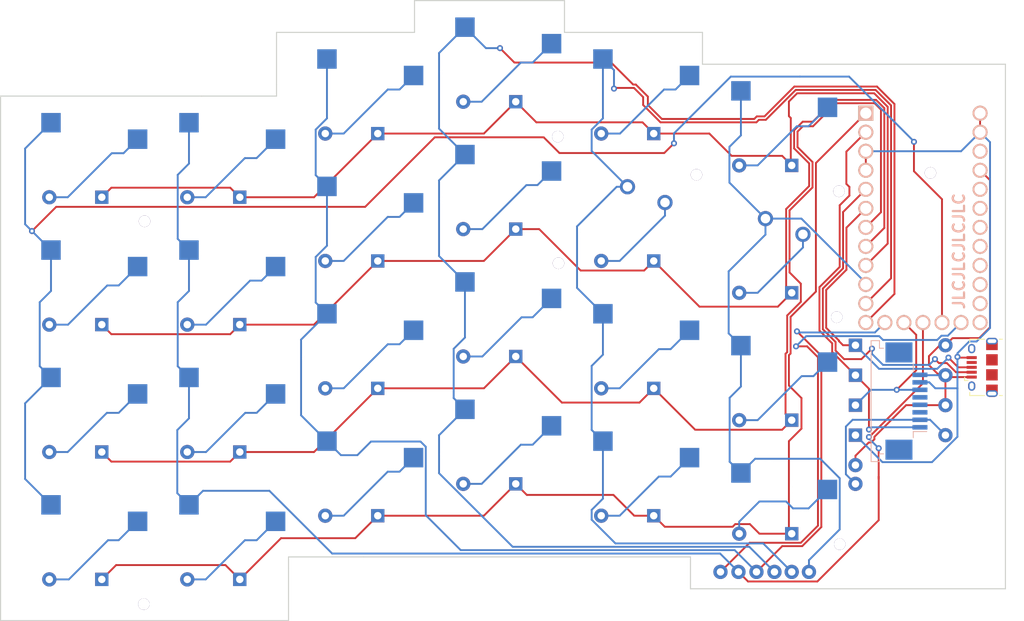
<source format=kicad_pcb>
(kicad_pcb (version 20211014) (generator pcbnew)
  (title_block (title "keyboard") (rev "v1.0.0") (company "Unknown"))
  (layers (0 "F.Cu" signal) (31 "B.Cu" signal) (34 "B.Paste" user) (35 "F.Paste" user) (36 "B.SilkS" user "B.Silkscreen") (37 "F.SilkS" user "F.Silkscreen") (38 "B.Mask" user) (39 "F.Mask" user) (44 "Edge.Cuts" user))
  (net 0 "")
  (net 1 "index_top")
  (net 2 "B4")
  (net 3 "inner_top")
  (net 4 "E6")
  (net 5 "outer_bottom")
  (net 6 "F1")
  (net 7 "outer_home")
  (net 8 "outer_top")
  (net 9 "outer_nums")
  (net 10 "pinky_bottom")
  (net 11 "C7")
  (net 12 "pinky_home")
  (net 13 "pinky_top")
  (net 14 "pinky_nums")
  (net 15 "ring_bottom")
  (net 16 "B7")
  (net 17 "ring_home")
  (net 18 "ring_top")
  (net 19 "ring_nums")
  (net 20 "middle_bottom")
  (net 21 "B5")
  (net 22 "middle_home")
  (net 23 "middle_top")
  (net 24 "middle_nums")
  (net 25 "index_bottom")
  (net 26 "index_home")
  (net 27 "index_nums")
  (net 28 "inner_bottom")
  (net 29 "inner_home")
  (net 30 "inner_nums")
  (net 31 "D3")
  (net 32 "D4")
  (net 33 "C6")
  (net 34 "D7")
  (net 35 "GND")
  (net 36 "RST")
  (net 37 "VCC")
  (net 38 "D2")
  (net 39 "D1")
  (net 40 "D0")
  (net 41 "D5")
  (net 42 "F0")
  (net 43 "B6")
  (net 44 "B2")
  (net 45 "B3")
  (net 46 "B1")
  (net 47 "F7")
  (net 48 "F6")
  (net 49 "F5")
  (net 50 "F4")
  (net 51 "trackpoint_reset")
  (footprint "VIA-0.6mm" (layer "F.Cu") (at 269.3 119)
    (fp_text reference "")
    (fp_text value "")
  )
  (footprint "ComboDiode" (layer "F.Cu") (at 167.5 119.8 180)
    (fp_text reference "D4" hide)
    (fp_text value "" hide)
  )
  (footprint "ComboDiode" (layer "F.Cu") (at 241.1 128.3 180)
    (fp_text reference "D19" hide)
    (fp_text value "" hide)
  )
  (footprint "PG1350" (layer "F.Cu") (at 241.1 141.3)
    (fp_text reference "S20" hide)
    (fp_text value "" hide)
  )
  (footprint "PG1350" (layer "F.Cu") (at 204.3 107.3)
    (fp_text reference "S14" hide)
    (fp_text value "" hide)
  )
  (footprint "PG1350" (layer "F.Cu") (at 259.5 128.55)
    (fp_text reference "S2" hide)
    (fp_text value "" hide)
  )
  (footprint "ComboDiode" (layer "F.Cu") (at 204.3 128.3 180)
    (fp_text reference "D11" hide)
    (fp_text value "" hide)
  )
  (footprint "ComboDiode" (layer "F.Cu") (at 277.5 139.55)
    (fp_text reference "D25" hide)
    (fp_text value "" hide)
  )
  (footprint "ComboDiode" (layer "F.Cu") (at 277.5 147.55)
    (fp_text reference "D27" hide)
    (fp_text value "" hide)
  )
  (footprint "ComboDiode" (layer "F.Cu") (at 204.3 162.3 180)
    (fp_text reference "D9" hide)
    (fp_text value "" hide)
  )
  (footprint "PG1350" (layer "F.Cu") (at 204.3 124.3)
    (fp_text reference "S13" hide)
    (fp_text value "" hide)
  )
  (footprint "PG1350" (layer "F.Cu") (at 241.1 158.3)
    (fp_text reference "S19" hide)
    (fp_text value "" hide)
  )
  (footprint "ComboDiode" (layer "F.Cu") (at 259.5 132.55 180)
    (fp_text reference "D23" hide)
    (fp_text value "" hide)
  )
  (footprint "VIA-0.6mm" (layer "F.Cu") (at 231.8 111.7)
    (fp_text reference "")
    (fp_text value "")
  )
  (footprint "VIA-0.6mm" (layer "F.Cu") (at 269.4 166.1)
    (fp_text reference "")
    (fp_text value "")
  )
  (footprint "PG1350" (layer "F.Cu") (at 222.7 154.05)
    (fp_text reference "S15" hide)
    (fp_text value "" hide)
  )
  (footprint "" (layer "F.Cu") (at 253.5 169.8)
    (fp_text reference "")
    (fp_text value "")
  )
  (footprint "ComboDiode" (layer "F.Cu") (at 222.7 158.05 180)
    (fp_text reference "D13" hide)
    (fp_text value "" hide)
  )
  (footprint "VIA-0.6mm" (layer "F.Cu") (at 176.7 123)
    (fp_text reference "")
    (fp_text value "")
  )
  (footprint "PG1350" (layer "F.Cu") (at 167.5 132.8)
    (fp_text reference "S5" hide)
    (fp_text value "" hide)
  )
  (footprint "PG1350" (layer "F.Cu") (at 222.7 120.05)
    (fp_text reference "S17" hide)
    (fp_text value "" hide)
  )
  (footprint "" (layer "F.Cu") (at 260.7 169.8)
    (fp_text reference "")
    (fp_text value "")
  )
  (footprint "PG1350" (layer "F.Cu") (at 222.7 103.05)
    (fp_text reference "S18" hide)
    (fp_text value "" hide)
  )
  (footprint "PG1350" (layer "F.Cu") (at 259.5 162.55)
    (fp_text reference "S22" hide)
    (fp_text value "" hide)
  )
  (footprint "ComboDiode" (layer "F.Cu") (at 241.1 145.3 180)
    (fp_text reference "D18" hide)
    (fp_text value "" hide)
  )
  (footprint "ComboDiode" (layer "F.Cu") (at 185.9 136.8 180)
    (fp_text reference "D7" hide)
    (fp_text value "" hide)
  )
  (footprint "ComboDiode" (layer "F.Cu") (at 185.9 119.8 180)
    (fp_text reference "D8" hide)
    (fp_text value "" hide)
  )
  (footprint "PG1350" (layer "F.Cu") (at 167.5 149.8)
    (fp_text reference "S4" hide)
    (fp_text value "" hide)
  )
  (footprint "VIA-0.6mm" (layer "F.Cu") (at 271.5 155.55)
    (fp_text reference "REF**" hide)
    (fp_text value "VIA-0.6mm" hide)
  )
  (footprint "PG1350" (layer "F.Cu") (at 204.3 141.3)
    (fp_text reference "S12" hide)
    (fp_text value "" hide)
  )
  (footprint "ComboDiode" (layer "F.Cu") (at 167.5 153.8 180)
    (fp_text reference "D2" hide)
    (fp_text value "" hide)
  )
  (footprint "ComboDiode" (layer "F.Cu") (at 277.5 143.55)
    (fp_text reference "D26" hide)
    (fp_text value "" hide)
  )
  (footprint "Elite-C-castellated-29pin-holes" (layer "F.Cu") (at 280.5 122.55 -90)
    (fp_text reference "")
    (fp_text value "")
  )
  (footprint "PG1350" (layer "F.Cu") (at 222.7 137.05)
    (fp_text reference "S16" hide)
    (fp_text value "" hide)
  )
  (footprint "VIA-0.6mm" (layer "F.Cu") (at 269 135.8)
    (fp_text reference "")
    (fp_text value "")
  )
  (footprint "ComboDiode" (layer "F.Cu") (at 185.9 153.8 180)
    (fp_text reference "D6" hide)
    (fp_text value "" hide)
  )
  (footprint "ComboDiode" (layer "F.Cu") (at 185.9 170.8 180)
    (fp_text reference "D5" hide)
    (fp_text value "" hide)
  )
  (footprint "PG1350" (layer "F.Cu") (at 185.9 115.8)
    (fp_text reference "S10" hide)
    (fp_text value "" hide)
  )
  (footprint "ComboDiode" (layer "F.Cu") (at 167.5 170.8 180)
    (fp_text reference "D1" hide)
    (fp_text value "" hide)
  )
  (footprint "PG1350" (layer "F.Cu") (at 204.3 158.3)
    (fp_text reference "S11" hide)
    (fp_text value "" hide)
  )
  (footprint "ComboDiode" (layer "F.Cu") (at 259.5 164.7 180)
    (fp_text reference "D21" hide)
    (fp_text value "" hide)
  )
  (footprint "PG1350" (layer "F.Cu") (at 185.9 166.8)
    (fp_text reference "S7" hide)
    (fp_text value "" hide)
  )
  (footprint "PG1350" (layer "F.Cu") (at 259.5 111.55)
    (fp_text reference "S24" hide)
    (fp_text value "" hide)
  )
  (footprint "VIA-0.6mm" (layer "F.Cu") (at 176.6 174.1)
    (fp_text reference "")
    (fp_text value "")
  )
  (footprint "ComboDiode" (layer "F.Cu") (at 204.3 145.3 180)
    (fp_text reference "D10" hide)
    (fp_text value "" hide)
  )
  (footprint "ComboDiode" (layer "F.Cu") (at 259.5 115.55 180)
    (fp_text reference "D24" hide)
    (fp_text value "" hide)
  )
  (footprint "" (layer "F.Cu") (at 255.9 169.8)
    (fp_text reference "")
    (fp_text value "")
  )
  (footprint "VIA-0.6mm" (layer "F.Cu") (at 271.5 158.05)
    (fp_text reference "REF**" hide)
    (fp_text value "VIA-0.6mm" hide)
  )
  (footprint "PG1350" (layer "F.Cu") (at 259.5 145.55)
    (fp_text reference "S23" hide)
    (fp_text value "" hide)
  )
  (footprint "Connector_USB:USB_Micro-B_Amphenol_10118194_Horizontal" (layer "F.Cu") (at 288.4 142.5 90)
    (fp_text reference "")
    (fp_text value "USB_Micro-B_Amphenol_10118194_Horizontal")
  )
  (footprint "" (layer "F.Cu") (at 258.3 169.8)
    (fp_text reference "")
    (fp_text value "")
  )
  (footprint "PG1350" (layer "F.Cu") (at 185.9 149.8)
    (fp_text reference "S8" hide)
    (fp_text value "" hide)
  )
  (footprint "PG1350" (layer "F.Cu") (at 185.9 132.8)
    (fp_text reference "S9" hide)
    (fp_text value "" hide)
  )
  (footprint "ComboDiode" (layer "F.Cu") (at 222.7 107.05 180)
    (fp_text reference "D16" hide)
    (fp_text value "" hide)
  )
  (footprint "PG1350" (layer "F.Cu") (at 241.1 124.3)
    (fp_text reference "S1" hide)
    (fp_text value "" hide)
  )
  (footprint "PG1350" (layer "F.Cu") (at 241.1 107.3)
    (fp_text reference "S21" hide)
    (fp_text value "" hide)
  )
  (footprint "VIA-0.6mm" (layer "F.Cu") (at 231.9 128.6)
    (fp_text reference "")
    (fp_text value "")
  )
  (footprint "ComboDiode" (layer "F.Cu") (at 204.3 111.3 180)
    (fp_text reference "D12" hide)
    (fp_text value "" hide)
  )
  (footprint "ComboDiode" (layer "F.Cu") (at 167.5 136.8 180)
    (fp_text reference "D3" hide)
    (fp_text value "" hide)
  )
  (footprint "ComboDiode" (layer "F.Cu") (at 222.7 124.05 180)
    (fp_text reference "D15" hide)
    (fp_text value "" hide)
  )
  (footprint "ComboDiode" (layer "F.Cu") (at 277.5 151.55)
    (fp_text reference "D28" hide)
    (fp_text value "" hide)
  )
  (footprint "ComboDiode" (layer "F.Cu") (at 222.7 141.05 180)
    (fp_text reference "D14" hide)
    (fp_text value "" hide)
  )
  (footprint "VIA-0.6mm" (layer "F.Cu") (at 250.3 116.8)
    (fp_text reference "")
    (fp_text value "")
  )
  (footprint "ComboDiode" (layer "F.Cu") (at 259.5 149.55 180)
    (fp_text reference "D22" hide)
    (fp_text value "" hide)
  )
  (footprint "" (layer "F.Cu") (at 263 169.8)
    (fp_text reference "")
    (fp_text value "")
  )
  (footprint "PG1350" (layer "F.Cu") (at 167.5 166.8)
    (fp_text reference "S3" hide)
    (fp_text value "" hide)
  )
  (footprint "" (layer "F.Cu") (at 265.3 169.8)
    (fp_text reference "")
    (fp_text value "")
  )
  (footprint "ComboDiode" (layer "F.Cu") (at 241.1 162.3 180)
    (fp_text reference "D17" hide)
    (fp_text value "" hide)
  )
  (footprint "ComboDiode" (layer "F.Cu") (at 241.1 111.3 180)
    (fp_text reference "D20" hide)
    (fp_text value "" hide)
  )
  (footprint "VIA-0.6mm" (layer "F.Cu") (at 281.5 116.55)
    (fp_text reference "")
    (fp_text value "")
  )
  (footprint "PG1350" (layer "F.Cu") (at 167.5 115.8)
    (fp_text reference "S6" hide)
    (fp_text value "" hide)
  )
  (footprint "Connector_FFC-FPC:TE_84952-8_1x08-1MP_P1.0mm_Horizontal" (layer "B.Cu") (at 278.3 147 90)
    (fp_text reference "")
    (fp_text value "TE_84952-8_1x08-1MP_P1.0mm_Horizontal")
  )
  (gr_line (start 291.5 172.05) (end 291.5 102.05) (layer "Edge.Cuts") (width 0.15))
  (gr_line (start 232.7 97.8) (end 232.7 93.55) (layer "Edge.Cuts") (width 0.15))
  (gr_line (start 194.3 97.8) (end 194.3 104.8) (layer "Edge.Cuts") (width 0.15))
  (gr_line (start 195.9 176.3) (end 195.9 169.3) (layer "Edge.Cuts") (width 0.15))
  (gr_line (start 194.3 106.3) (end 194.3 104.8) (layer "Edge.Cuts") (width 0.15))
  (gr_line (start 157.5 106.3) (end 184.3 106.3) (layer "Edge.Cuts") (width 0.15))
  (gr_line (start 232.7 97.8) (end 251.1 97.8) (layer "Edge.Cuts") (width 0.15))
  (gr_line (start 157.5 176.3) (end 157.5 106.3) (layer "Edge.Cuts") (width 0.15))
  (gr_line (start 205.9 167.8) (end 249.5 167.8) (layer "Edge.Cuts") (width 0.15))
  (gr_line (start 251.1 102.05) (end 251.1 97.8) (layer "Edge.Cuts") (width 0.15))
  (gr_line (start 249.5 167.8) (end 249.5 172.05) (layer "Edge.Cuts") (width 0.15))
  (gr_line (start 249.5 172.05) (end 291.5 172.05) (layer "Edge.Cuts") (width 0.15))
  (gr_line (start 205.9 167.8) (end 195.9 167.8) (layer "Edge.Cuts") (width 0.15))
  (gr_line (start 184.3 106.3) (end 194.3 106.3) (layer "Edge.Cuts") (width 0.15))
  (gr_line (start 195.9 167.8) (end 195.9 169.3) (layer "Edge.Cuts") (width 0.15))
  (gr_line (start 157.5 176.3) (end 195.9 176.3) (layer "Edge.Cuts") (width 0.15))
  (gr_line (start 232.7 93.55) (end 212.7 93.55) (layer "Edge.Cuts") (width 0.15))
  (gr_line (start 251.1 102.05) (end 291.5 102.05) (layer "Edge.Cuts") (width 0.15))
  (gr_line (start 212.7 93.55) (end 212.7 97.8) (layer "Edge.Cuts") (width 0.15))
  (gr_line (start 194.3 97.8) (end 212.7 97.8) (layer "Edge.Cuts") (width 0.15))
  (gr_text "JLCJLCJLCJLC" (at 285.3 127 90) (layer "B.SilkS") (effects (font (size 1.5 1.5) (thickness 0.3))))
  (segment (start 246.1 120.5) (end 246.1 122.254323) (width 0.25) (layer "B.Cu") (net 1))
  (segment (start 246.1 122.254323) (end 240.054323 128.3) (width 0.25) (layer "B.Cu") (net 1))
  (segment (start 240.054323 128.3) (end 237.6 128.3) (width 0.25) (layer "B.Cu") (net 1))
  (segment (start 258.295677 109.8) (end 258.634698 109.460979) (width 0.25) (layer "F.Cu") (net 2))
  (segment (start 239.389021 105.210979) (end 241.965302 105.210979) (width 0.25) (layer "F.Cu") (net 2))
  (segment (start 259.55233 109.460979) (end 263.53735 105.475959) (width 0.25) (layer "F.Cu") (net 2))
  (segment (start 241.965302 105.210979) (end 243.189021 106.434698) (width 0.25) (layer "F.Cu") (net 2))
  (segment (start 276.24856 130.61144) (end 272.88 133.98) (width 0.25) (layer "F.Cu") (net 2))
  (segment (start 258.634698 109.460979) (end 259.55233 109.460979) (width 0.25) (layer "F.Cu") (net 2))
  (segment (start 274.18311 105.475959) (end 276.24856 107.541409) (width 0.25) (layer "F.Cu") (net 2))
  (segment (start 243.189021 107.489021) (end 245.5 109.8) (width 0.25) (layer "F.Cu") (net 2))
  (segment (start 243.189021 106.434698) (end 243.189021 107.489021) (width 0.25) (layer "F.Cu") (net 2))
  (segment (start 276.24856 107.541409) (end 276.24856 130.61144) (width 0.25) (layer "F.Cu") (net 2))
  (segment (start 263.53735 105.475959) (end 274.18311 105.475959) (width 0.25) (layer "F.Cu") (net 2))
  (segment (start 239.3 105.3) (end 239.389021 105.210979) (width 0.25) (layer "F.Cu") (net 2))
  (segment (start 245.5 109.8) (end 258.295677 109.8) (width 0.25) (layer "F.Cu") (net 2))
  (via (at 239.3 105.3) (size 0.8) (drill 0.4) (layers "F.Cu" "B.Cu") (net 2))
  (segment (start 236.322989 162.828956) (end 239.494033 166) (width 0.25) (layer "B.Cu") (net 2))
  (segment (start 239.3 102.825) (end 237.825 101.35) (width 0.25) (layer "B.Cu") (net 2))
  (segment (start 236.322989 110.771044) (end 236.322989 113.622989) (width 0.25) (layer "B.Cu") (net 2))
  (segment (start 236.322989 113.622989) (end 241.1 118.4) (width 0.25) (layer "B.Cu") (net 2))
  (segment (start 234.374579 131.899579) (end 237.825 135.35) (width 0.25) (layer "B.Cu") (net 2))
  (segment (start 237.825 152.35) (end 237.825 160.025) (width 0.25) (layer "B.Cu") (net 2))
  (segment (start 237.825 101.35) (end 237.825 109.269033) (width 0.25) (layer "B.Cu") (net 2))
  (segment (start 237.825 109.269033) (end 236.322989 110.771044) (width 0.25) (layer "B.Cu") (net 2))
  (segment (start 237.825 160.025) (end 236.322989 161.527011) (width 0.25) (layer "B.Cu") (net 2))
  (segment (start 259.2 166) (end 263 169.8) (width 0.25) (layer "B.Cu") (net 2))
  (segment (start 236.322989 142.310019) (end 236.322989 150.847989) (width 0.25) (layer "B.Cu") (net 2))
  (segment (start 239.3 105.3) (end 239.3 102.825) (width 0.25) (layer "B.Cu") (net 2))
  (segment (start 239.66316 118.4) (end 234.374579 123.688581) (width 0.25) (layer "B.Cu") (net 2))
  (segment (start 241.1 118.4) (end 239.66316 118.4) (width 0.25) (layer "B.Cu") (net 2))
  (segment (start 236.322989 150.847989) (end 237.825 152.35) (width 0.25) (layer "B.Cu") (net 2))
  (segment (start 239.494033 166) (end 259.2 166) (width 0.25) (layer "B.Cu") (net 2))
  (segment (start 236.322989 161.527011) (end 236.322989 162.828956) (width 0.25) (layer "B.Cu") (net 2))
  (segment (start 237.825 140.808008) (end 236.322989 142.310019) (width 0.25) (layer "B.Cu") (net 2))
  (segment (start 237.825 135.35) (end 237.825 140.808008) (width 0.25) (layer "B.Cu") (net 2))
  (segment (start 234.374579 123.688581) (end 234.374579 131.899579) (width 0.25) (layer "B.Cu") (net 2))
  (segment (start 264.5 126.504323) (end 258.454323 132.55) (width 0.25) (layer "B.Cu") (net 3))
  (segment (start 264.5 124.75) (end 264.5 126.504323) (width 0.25) (layer "B.Cu") (net 3))
  (segment (start 258.454323 132.55) (end 256 132.55) (width 0.25) (layer "B.Cu") (net 3))
  (segment (start 254.722989 155.097989) (end 254.722989 146.560019) (width 0.25) (layer "B.Cu") (net 4))
  (segment (start 265.3 169.8) (end 265.3 168.227848) (width 0.25) (layer "B.Cu") (net 4))
  (segment (start 269.399511 164.128337) (end 269.399511 157.299511) (width 0.25) (layer "B.Cu") (net 4))
  (segment (start 272.88 131.23423) (end 264.29577 122.65) (width 0.25) (layer "B.Cu") (net 4))
  (segment (start 269.399511 157.299511) (end 266.8 154.7) (width 0.25) (layer "B.Cu") (net 4))
  (segment (start 259.5 122.65) (end 254.694521 117.844521) (width 0.25) (layer "B.Cu") (net 4))
  (segment (start 265.3 168.227848) (end 269.399511 164.128337) (width 0.25) (layer "B.Cu") (net 4))
  (segment (start 266.8 154.7) (end 258.125 154.7) (width 0.25) (layer "B.Cu") (net 4))
  (segment (start 254.694521 117.844521) (end 254.694521 113.069942) (width 0.25) (layer "B.Cu") (net 4))
  (segment (start 254.722989 146.560019) (end 256.225 145.058008) (width 0.25) (layer "B.Cu") (net 4))
  (segment (start 259.5 124.783008) (end 259.5 122.65) (width 0.25) (layer "B.Cu") (net 4))
  (segment (start 256.225 145.058008) (end 256.225 139.6) (width 0.25) (layer "B.Cu") (net 4))
  (segment (start 256.225 156.6) (end 254.722989 155.097989) (width 0.25) (layer "B.Cu") (net 4))
  (segment (start 256.225 111.539463) (end 256.225 105.6) (width 0.25) (layer "B.Cu") (net 4))
  (segment (start 264.29577 122.65) (end 259.5 122.65) (width 0.25) (layer "B.Cu") (net 4))
  (segment (start 256.225 139.6) (end 254.591504 137.966504) (width 0.25) (layer "B.Cu") (net 4))
  (segment (start 254.694521 113.069942) (end 256.225 111.539463) (width 0.25) (layer "B.Cu") (net 4))
  (segment (start 254.591504 129.691504) (end 259.5 124.783008) (width 0.25) (layer "B.Cu") (net 4))
  (segment (start 258.125 154.7) (end 256.225 156.6) (width 0.25) (layer "B.Cu") (net 4))
  (segment (start 272.88 131.44) (end 272.88 131.23423) (width 0.25) (layer "B.Cu") (net 4))
  (segment (start 254.591504 137.966504) (end 254.591504 129.691504) (width 0.25) (layer "B.Cu") (net 4))
  (segment (start 175.775 163.05) (end 173.250421 165.574579) (width 0.25) (layer "B.Cu") (net 5))
  (segment (start 173.250421 165.574579) (end 171.825421 165.574579) (width 0.25) (layer "B.Cu") (net 5))
  (segment (start 171.825421 165.574579) (end 166.6 170.8) (width 0.25) (layer "B.Cu") (net 5))
  (segment (start 166.6 170.8) (end 164 170.8) (width 0.25) (layer "B.Cu") (net 5))
  (segment (start 246 113.9) (end 247.3 112.6) (width 0.25) (layer "F.Cu") (net 6))
  (segment (start 283.04 120.062152) (end 283.04 136.52) (width 0.25) (layer "F.Cu") (net 6))
  (segment (start 164.922989 121.077011) (end 206.122015 121.077011) (width 0.25) (layer "F.Cu") (net 6))
  (segment (start 161.6875 124.3125) (end 164.922989 121.077011) (width 0.25) (layer "F.Cu") (net 6))
  (segment (start 215.399026 111.8) (end 229.927848 111.8) (width 0.25) (layer "F.Cu") (net 6))
  (segment (start 206.122015 121.077011) (end 215.399026 111.8) (width 0.25) (layer "F.Cu") (net 6))
  (segment (start 232.027848 113.9) (end 246 113.9) (width 0.25) (layer "F.Cu") (net 6))
  (segment (start 279.3 116.322152) (end 283.04 120.062152) (width 0.25) (layer "F.Cu") (net 6))
  (segment (start 279.3 112.4) (end 279.3 116.322152) (width 0.25) (layer "F.Cu") (net 6))
  (segment (start 229.927848 111.8) (end 232.027848 113.9) (width 0.25) (layer "F.Cu") (net 6))
  (via (at 161.6875 124.3125) (size 0.8) (drill 0.4) (layers "F.Cu" "B.Cu") (net 6))
  (via (at 279.3 112.4) (size 0.8) (drill 0.4) (layers "F.Cu" "B.Cu") (net 6))
  (via (at 247.3 112.6) (size 0.8) (drill 0.4) (layers "F.Cu" "B.Cu") (net 6))
  (segment (start 164.225 132.308008) (end 162.722989 133.810019) (width 0.25) (layer "B.Cu") (net 6))
  (segment (start 247.3 112.6) (end 247.3 111.275978) (width 0.25) (layer "B.Cu") (net 6))
  (segment (start 160.774579 113.300421) (end 160.774579 123.399579) (width 0.25) (layer "B.Cu") (net 6))
  (segment (start 160.774579 157.399579) (end 164.225 160.85) (width 0.25) (layer "B.Cu") (net 6))
  (segment (start 160.774579 123.399579) (end 161.6875 124.3125) (width 0.25) (layer "B.Cu") (net 6))
  (segment (start 254.875978 103.7) (end 264.1 103.7) (width 0.25) (layer "B.Cu") (net 6))
  (segment (start 160.774579 147.300421) (end 160.774579 157.399579) (width 0.25) (layer "B.Cu") (net 6))
  (segment (start 164.225 109.85) (end 160.774579 113.300421) (width 0.25) (layer "B.Cu") (net 6))
  (segment (start 270.649022 103.7) (end 279.3 112.350978) (width 0.25) (layer "B.Cu") (net 6))
  (segment (start 164.225 126.85) (end 164.225 132.308008) (width 0.25) (layer "B.Cu") (net 6))
  (segment (start 264.1 103.7) (end 270.649022 103.7) (width 0.25) (layer "B.Cu") (net 6))
  (segment (start 247.3 111.275978) (end 254.875978 103.7) (width 0.25) (layer "B.Cu") (net 6))
  (segment (start 161.6875 124.3125) (end 164.225 126.85) (width 0.25) (layer "B.Cu") (net 6))
  (segment (start 164.225 143.85) (end 160.774579 147.300421) (width 0.25) (layer "B.Cu") (net 6))
  (segment (start 162.722989 133.810019) (end 162.722989 142.347989) (width 0.25) (layer "B.Cu") (net 6))
  (segment (start 162.722989 142.347989) (end 164.225 143.85) (width 0.25) (layer "B.Cu") (net 6))
  (segment (start 279.3 112.350978) (end 279.3 112.4) (width 0.25) (layer "B.Cu") (net 6))
  (segment (start 173.250421 148.574579) (end 171.679744 148.574579) (width 0.25) (layer "B.Cu") (net 7))
  (segment (start 175.775 146.05) (end 173.250421 148.574579) (width 0.25) (layer "B.Cu") (net 7))
  (segment (start 171.679744 148.574579) (end 166.454323 153.8) (width 0.25) (layer "B.Cu") (net 7))
  (segment (start 166.454323 153.8) (end 164 153.8) (width 0.25) (layer "B.Cu") (net 7))
  (segment (start 173.250421 131.574579) (end 171.725421 131.574579) (width 0.25) (layer "B.Cu") (net 8))
  (segment (start 166.5 136.8) (end 164 136.8) (width 0.25) (layer "B.Cu") (net 8))
  (segment (start 175.775 129.05) (end 173.250421 131.574579) (width 0.25) (layer "B.Cu") (net 8))
  (segment (start 171.725421 131.574579) (end 166.5 136.8) (width 0.25) (layer "B.Cu") (net 8))
  (segment (start 172.329802 113.924521) (end 166.454323 119.8) (width 0.25) (layer "B.Cu") (net 9))
  (segment (start 166.454323 119.8) (end 164 119.8) (width 0.25) (layer "B.Cu") (net 9))
  (segment (start 173.900479 113.924521) (end 172.329802 113.924521) (width 0.25) (layer "B.Cu") (net 9))
  (segment (start 175.775 112.05) (end 173.900479 113.924521) (width 0.25) (layer "B.Cu") (net 9))
  (segment (start 191.650421 165.574579) (end 190.079744 165.574579) (width 0.25) (layer "B.Cu") (net 10))
  (segment (start 190.079744 165.574579) (end 184.854323 170.8) (width 0.25) (layer "B.Cu") (net 10))
  (segment (start 184.854323 170.8) (end 182.4 170.8) (width 0.25) (layer "B.Cu") (net 10))
  (segment (start 194.175 163.05) (end 191.650421 165.574579) (width 0.25) (layer "B.Cu") (net 10))
  (segment (start 273.324614 151.8) (end 280.5 144.624614) (width 0.25) (layer "F.Cu") (net 11))
  (segment (start 273.3 151.8) (end 273.324614 151.8) (width 0.25) (layer "F.Cu") (net 11))
  (segment (start 274.6 162.9) (end 274.6 157.1) (width 0.25) (layer "F.Cu") (net 11))
  (segment (start 266.422989 171.077011) (end 274.6 162.9) (width 0.25) (layer "F.Cu") (net 11))
  (segment (start 255.9 169.8) (end 257.177011 171.077011) (width 0.25) (layer "F.Cu") (net 11))
  (segment (start 280.5 144.624614) (end 280.5 136.52) (width 0.25) (layer "F.Cu") (net 11))
  (segment (start 257.177011 171.077011) (end 266.422989 171.077011) (width 0.25) (layer "F.Cu") (net 11))
  (segment (start 274.6 153.3) (end 274.6 157.1) (width 0.25) (layer "F.Cu") (net 11))
  (segment (start 274.6 157.1) (end 274.6 157.4) (width 0.25) (layer "F.Cu") (net 11))
  (via (at 273.3 151.8) (size 0.8) (drill 0.4) (layers "F.Cu" "B.Cu") (net 11))
  (via (at 274.6 153.3) (size 0.8) (drill 0.4) (layers "F.Cu" "B.Cu") (net 11))
  (segment (start 182.625 132.308008) (end 182.625 126.85) (width 0.25) (layer "B.Cu") (net 11))
  (segment (start 201.722582 167.34856) (end 193.349501 158.975479) (width 0.25) (layer "B.Cu") (net 11))
  (segment (start 273.3 152) (end 274.6 153.3) (width 0.25) (layer "B.Cu") (net 11))
  (segment (start 182.625 143.85) (end 181.122989 142.347989) (width 0.25) (layer "B.Cu") (net 11))
  (segment (start 193.349501 158.975479) (end 184.499521 158.975479) (width 0.25) (layer "B.Cu") (net 11))
  (segment (start 273.3 151.8) (end 273.3 152) (width 0.25) (layer "B.Cu") (net 11))
  (segment (start 181.122989 116.810019) (end 182.625 115.308008) (width 0.25) (layer "B.Cu") (net 11))
  (segment (start 182.625 160.85) (end 181.066504 159.291504) (width 0.25) (layer "B.Cu") (net 11))
  (segment (start 181.066504 150.866504) (end 182.625 149.308008) (width 0.25) (layer "B.Cu") (net 11))
  (segment (start 181.122989 142.347989) (end 181.122989 133.810019) (width 0.25) (layer "B.Cu") (net 11))
  (segment (start 182.625 149.308008) (end 182.625 143.85) (width 0.25) (layer "B.Cu") (net 11))
  (segment (start 184.499521 158.975479) (end 182.625 160.85) (width 0.25) (layer "B.Cu") (net 11))
  (segment (start 181.066504 159.291504) (end 181.066504 150.866504) (width 0.25) (layer "B.Cu") (net 11))
  (segment (start 182.625 115.308008) (end 182.625 109.85) (width 0.25) (layer "B.Cu") (net 11))
  (segment (start 182.625 126.85) (end 181.122989 125.347989) (width 0.25) (layer "B.Cu") (net 11))
  (segment (start 255.9 169.8) (end 253.44856 167.34856) (width 0.25) (layer "B.Cu") (net 11))
  (segment (start 253.44856 167.34856) (end 201.722582 167.34856) (width 0.25) (layer "B.Cu") (net 11))
  (segment (start 181.122989 125.347989) (end 181.122989 116.810019) (width 0.25) (layer "B.Cu") (net 11))
  (segment (start 181.122989 133.810019) (end 182.625 132.308008) (width 0.25) (layer "B.Cu") (net 11))
  (segment (start 190.125421 148.574579) (end 184.9 153.8) (width 0.25) (layer "B.Cu") (net 12))
  (segment (start 191.650421 148.574579) (end 190.125421 148.574579) (width 0.25) (layer "B.Cu") (net 12))
  (segment (start 184.9 153.8) (end 182.4 153.8) (width 0.25) (layer "B.Cu") (net 12))
  (segment (start 194.175 146.05) (end 191.650421 148.574579) (width 0.25) (layer "B.Cu") (net 12))
  (segment (start 192.300479 130.924521) (end 190.775479 130.924521) (width 0.25) (layer "B.Cu") (net 13))
  (segment (start 190.775479 130.924521) (end 184.9 136.8) (width 0.25) (layer "B.Cu") (net 13))
  (segment (start 184.9 136.8) (end 182.4 136.8) (width 0.25) (layer "B.Cu") (net 13))
  (segment (start 194.175 129.05) (end 192.300479 130.924521) (width 0.25) (layer "B.Cu") (net 13))
  (segment (start 191.650421 114.574579) (end 190.079744 114.574579) (width 0.25) (layer "B.Cu") (net 14))
  (segment (start 184.854323 119.8) (end 182.4 119.8) (width 0.25) (layer "B.Cu") (net 14))
  (segment (start 194.175 112.05) (end 191.650421 114.574579) (width 0.25) (layer "B.Cu") (net 14))
  (segment (start 190.079744 114.574579) (end 184.854323 119.8) (width 0.25) (layer "B.Cu") (net 14))
  (segment (start 212.575 154.55) (end 210.700479 156.424521) (width 0.25) (layer "B.Cu") (net 15))
  (segment (start 209.129802 156.424521) (end 203.254323 162.3) (width 0.25) (layer "B.Cu") (net 15))
  (segment (start 210.700479 156.424521) (end 209.129802 156.424521) (width 0.25) (layer "B.Cu") (net 15))
  (segment (start 203.254323 162.3) (end 200.8 162.3) (width 0.25) (layer "B.Cu") (net 15))
  (segment (start 266.94952 163.81322) (end 264.399709 166.363031) (width 0.25) (layer "F.Cu") (net 16))
  (segment (start 264.399709 166.363031) (end 261.736969 166.363031) (width 0.25) (layer "F.Cu") (net 16))
  (segment (start 263.7 137.7) (end 266.94952 140.94952) (width 0.25) (layer "F.Cu") (net 16))
  (segment (start 261.736969 166.363031) (end 258.3 169.8) (width 0.25) (layer "F.Cu") (net 16))
  (segment (start 266.94952 140.94952) (end 266.94952 163.81322) (width 0.25) (layer "F.Cu") (net 16))
  (via (at 263.7 137.7) (size 0.8) (drill 0.4) (layers "F.Cu" "B.Cu") (net 16))
  (segment (start 263.7 137.7) (end 263.844511 137.844511) (width 0.25) (layer "B.Cu") (net 16))
  (segment (start 197.574579 138.800421) (end 197.574579 148.899579) (width 0.25) (layer "B.Cu") (net 16))
  (segment (start 201.025 109.269033) (end 199.522989 110.771044) (width 0.25) (layer "B.Cu") (net 16))
  (segment (start 202.899521 154.224521) (end 201.025 152.35) (width 0.25) (layer "B.Cu") (net 16))
  (segment (start 258.3 169.8) (end 255.39904 166.89904) (width 0.25) (layer "B.Cu") (net 16))
  (segment (start 197.574579 148.899579) (end 201.025 152.35) (width 0.25) (layer "B.Cu") (net 16))
  (segment (start 199.522989 133.847989) (end 201.025 135.35) (width 0.25) (layer "B.Cu") (net 16))
  (segment (start 263.844511 137.844511) (end 274.095489 137.844511) (width 0.25) (layer "B.Cu") (net 16))
  (segment (start 201.025 101.35) (end 201.025 109.269033) (width 0.25) (layer "B.Cu") (net 16))
  (segment (start 206.900974 152.4) (end 205.076453 154.224521) (width 0.25) (layer "B.Cu") (net 16))
  (segment (start 274.095489 137.844511) (end 275.42 136.52) (width 0.25) (layer "B.Cu") (net 16))
  (segment (start 214.199511 162.232519) (end 214.199511 153.099511) (width 0.25) (layer "B.Cu") (net 16))
  (segment (start 199.522989 116.847989) (end 201.025 118.35) (width 0.25) (layer "B.Cu") (net 16))
  (segment (start 201.025 126.269033) (end 199.522989 127.771044) (width 0.25) (layer "B.Cu") (net 16))
  (segment (start 213.5 152.4) (end 206.900974 152.4) (width 0.25) (layer "B.Cu") (net 16))
  (segment (start 199.522989 110.771044) (end 199.522989 116.847989) (width 0.25) (layer "B.Cu") (net 16))
  (segment (start 205.076453 154.224521) (end 202.899521 154.224521) (width 0.25) (layer "B.Cu") (net 16))
  (segment (start 214.199511 153.099511) (end 213.5 152.4) (width 0.25) (layer "B.Cu") (net 16))
  (segment (start 255.39904 166.89904) (end 218.866032 166.89904) (width 0.25) (layer "B.Cu") (net 16))
  (segment (start 201.025 118.35) (end 201.025 126.269033) (width 0.25) (layer "B.Cu") (net 16))
  (segment (start 218.866032 166.89904) (end 214.199511 162.232519) (width 0.25) (layer "B.Cu") (net 16))
  (segment (start 199.522989 127.771044) (end 199.522989 133.847989) (width 0.25) (layer "B.Cu") (net 16))
  (segment (start 201.025 135.35) (end 197.574579 138.800421) (width 0.25) (layer "B.Cu") (net 16))
  (segment (start 210.700479 139.424521) (end 209.129802 139.424521) (width 0.25) (layer "B.Cu") (net 17))
  (segment (start 203.254323 145.3) (end 200.8 145.3) (width 0.25) (layer "B.Cu") (net 17))
  (segment (start 209.129802 139.424521) (end 203.254323 145.3) (width 0.25) (layer "B.Cu") (net 17))
  (segment (start 212.575 137.55) (end 210.700479 139.424521) (width 0.25) (layer "B.Cu") (net 17))
  (segment (start 210.700479 122.424521) (end 209.129802 122.424521) (width 0.25) (layer "B.Cu") (net 18))
  (segment (start 203.254323 128.3) (end 200.8 128.3) (width 0.25) (layer "B.Cu") (net 18))
  (segment (start 212.575 120.55) (end 210.700479 122.424521) (width 0.25) (layer "B.Cu") (net 18))
  (segment (start 209.129802 122.424521) (end 203.254323 128.3) (width 0.25) (layer "B.Cu") (net 18))
  (segment (start 212.575 103.55) (end 210.700479 105.424521) (width 0.25) (layer "B.Cu") (net 19))
  (segment (start 209.129802 105.424521) (end 203.254323 111.3) (width 0.25) (layer "B.Cu") (net 19))
  (segment (start 203.254323 111.3) (end 200.8 111.3) (width 0.25) (layer "B.Cu") (net 19))
  (segment (start 210.700479 105.424521) (end 209.129802 105.424521) (width 0.25) (layer "B.Cu") (net 19))
  (segment (start 230.975 150.3) (end 228.450421 152.824579) (width 0.25) (layer "B.Cu") (net 20))
  (segment (start 226.879744 152.824579) (end 221.654323 158.05) (width 0.25) (layer "B.Cu") (net 20))
  (segment (start 221.654323 158.05) (end 219.2 158.05) (width 0.25) (layer "B.Cu") (net 20))
  (segment (start 228.450421 152.824579) (end 226.879744 152.824579) (width 0.25) (layer "B.Cu") (net 20))
  (segment (start 258.339021 109.011459) (end 259.366132 109.011459) (width 0.25) (layer "F.Cu") (net 21))
  (segment (start 243.817859 107.482141) (end 245.686198 109.35048) (width 0.25) (layer "F.Cu") (net 21))
  (segment (start 243.817859 106.368339) (end 243.817859 107.482141) (width 0.25) (layer "F.Cu") (net 21))
  (segment (start 241.860485 104.761459) (end 242.210979 104.761459) (width 0.25) (layer "F.Cu") (net 21))
  (segment (start 276.7 132.7) (end 272.88 136.52) (width 0.25) (layer "F.Cu") (net 21))
  (segment (start 245.686198 109.35048) (end 258 109.35048) (width 0.25) (layer "F.Cu") (net 21))
  (segment (start 259.366132 109.011459) (end 263.351153 105.026439) (width 0.25) (layer "F.Cu") (net 21))
  (segment (start 238.923605 101.824579) (end 241.860485 104.761459) (width 0.25) (layer "F.Cu") (net 21))
  (segment (start 274.369307 105.026439) (end 276.7 107.357132) (width 0.25) (layer "F.Cu") (net 21))
  (segment (start 226.024579 101.824579) (end 238.923605 101.824579) (width 0.25) (layer "F.Cu") (net 21))
  (segment (start 263.351153 105.026439) (end 274.369307 105.026439) (width 0.25) (layer "F.Cu") (net 21))
  (segment (start 276.7 107.357132) (end 276.7 132.7) (width 0.25) (layer "F.Cu") (net 21))
  (segment (start 258 109.35048) (end 258.339021 109.011459) (width 0.25) (layer "F.Cu") (net 21))
  (segment (start 224.1 99.9) (end 226.024579 101.824579) (width 0.25) (layer "F.Cu") (net 21))
  (segment (start 242.210979 104.761459) (end 243.817859 106.368339) (width 0.25) (layer "F.Cu") (net 21))
  (via (at 224.1 99.9) (size 0.8) (drill 0.4) (layers "F.Cu" "B.Cu") (net 21))
  (segment (start 215.974579 100.550421) (end 219.425 97.1) (width 0.25) (layer "B.Cu") (net 21))
  (segment (start 217.922989 140.027011) (end 219.425 138.525) (width 0.25) (layer "B.Cu") (net 21))
  (segment (start 215.974579 156.630546) (end 215.974579 151.550421) (width 0.25) (layer "B.Cu") (net 21))
  (segment (start 219.425 148.1) (end 217.922989 146.597989) (width 0.25) (layer "B.Cu") (net 21))
  (segment (start 215.974579 127.649579) (end 215.974579 117.550421) (width 0.25) (layer "B.Cu") (net 21))
  (segment (start 217.922989 146.597989) (end 217.922989 140.027011) (width 0.25) (layer "B.Cu") (net 21))
  (segment (start 219.425 97.1) (end 222.225 99.9) (width 0.25) (layer "B.Cu") (net 21))
  (segment (start 219.425 131.1) (end 215.974579 127.649579) (width 0.25) (layer "B.Cu") (net 21))
  (segment (start 225.793553 166.44952) (end 215.974579 156.630546) (width 0.25) (layer "B.Cu") (net 21))
  (segment (start 219.425 138.525) (end 219.425 131.1) (width 0.25) (layer "B.Cu") (net 21))
  (segment (start 215.974579 151.550421) (end 219.425 148.1) (width 0.25) (layer "B.Cu") (net 21))
  (segment (start 257.34952 166.44952) (end 225.793553 166.44952) (width 0.25) (layer "B.Cu") (net 21))
  (segment (start 222.225 99.9) (end 224.1 99.9) (width 0.25) (layer "B.Cu") (net 21))
  (segment (start 260.7 169.8) (end 257.34952 166.44952) (width 0.25) (layer "B.Cu") (net 21))
  (segment (start 215.974579 110.649579) (end 215.974579 100.550421) (width 0.25) (layer "B.Cu") (net 21))
  (segment (start 219.425 114.1) (end 215.974579 110.649579) (width 0.25) (layer "B.Cu") (net 21))
  (segment (start 215.974579 117.550421) (end 219.425 114.1) (width 0.25) (layer "B.Cu") (net 21))
  (segment (start 230.975 133.3) (end 228.450421 135.824579) (width 0.25) (layer "B.Cu") (net 22))
  (segment (start 226.975421 135.824579) (end 221.75 141.05) (width 0.25) (layer "B.Cu") (net 22))
  (segment (start 221.75 141.05) (end 219.2 141.05) (width 0.25) (layer "B.Cu") (net 22))
  (segment (start 228.450421 135.824579) (end 226.975421 135.824579) (width 0.25) (layer "B.Cu") (net 22))
  (segment (start 221.75 124.05) (end 219.2 124.05) (width 0.25) (layer "B.Cu") (net 23))
  (segment (start 230.975 116.3) (end 229.100479 118.174521) (width 0.25) (layer "B.Cu") (net 23))
  (segment (start 229.100479 118.174521) (end 227.625479 118.174521) (width 0.25) (layer "B.Cu") (net 23))
  (segment (start 227.625479 118.174521) (end 221.75 124.05) (width 0.25) (layer "B.Cu") (net 23))
  (segment (start 221.654323 107.05) (end 219.2 107.05) (width 0.25) (layer "B.Cu") (net 24))
  (segment (start 228.450421 101.824579) (end 226.879744 101.824579) (width 0.25) (layer "B.Cu") (net 24))
  (segment (start 230.975 99.3) (end 228.450421 101.824579) (width 0.25) (layer "B.Cu") (net 24))
  (segment (start 226.879744 101.824579) (end 221.654323 107.05) (width 0.25) (layer "B.Cu") (net 24))
  (segment (start 246.850421 157.074579) (end 245.279744 157.074579) (width 0.25) (layer "B.Cu") (net 25))
  (segment (start 245.279744 157.074579) (end 240.054323 162.3) (width 0.25) (layer "B.Cu") (net 25))
  (segment (start 240.054323 162.3) (end 237.6 162.3) (width 0.25) (layer "B.Cu") (net 25))
  (segment (start 249.375 154.55) (end 246.850421 157.074579) (width 0.25) (layer "B.Cu") (net 25))
  (segment (start 246.850421 140.074579) (end 245.279744 140.074579) (width 0.25) (layer "B.Cu") (net 26))
  (segment (start 240.054323 145.3) (end 237.6 145.3) (width 0.25) (layer "B.Cu") (net 26))
  (segment (start 245.279744 140.074579) (end 240.054323 145.3) (width 0.25) (layer "B.Cu") (net 26))
  (segment (start 249.375 137.55) (end 246.850421 140.074579) (width 0.25) (layer "B.Cu") (net 26))
  (segment (start 247.500479 105.424521) (end 245.975479 105.424521) (width 0.25) (layer "B.Cu") (net 27))
  (segment (start 249.375 103.55) (end 247.500479 105.424521) (width 0.25) (layer "B.Cu") (net 27))
  (segment (start 245.975479 105.424521) (end 240.1 111.3) (width 0.25) (layer "B.Cu") (net 27))
  (segment (start 240.1 111.3) (end 237.6 111.3) (width 0.25) (layer "B.Cu") (net 27))
  (segment (start 256 163.095677) (end 256 164.7) (width 0.25) (layer "B.Cu") (net 28))
  (segment (start 258.695677 160.4) (end 256 163.095677) (width 0.25) (layer "B.Cu") (net 28))
  (segment (start 265.250421 161.324579) (end 263.175421 161.324579) (width 0.25) (layer "B.Cu") (net 28))
  (segment (start 262.250842 160.4) (end 258.695677 160.4) (width 0.25) (layer "B.Cu") (net 28))
  (segment (start 267.775 158.8) (end 265.250421 161.324579) (width 0.25) (layer "B.Cu") (net 28))
  (segment (start 263.175421 161.324579) (end 262.250842 160.4) (width 0.25) (layer "B.Cu") (net 28))
  (segment (start 267.775 141.8) (end 265.900479 143.674521) (width 0.25) (layer "B.Cu") (net 29))
  (segment (start 265.900479 143.674521) (end 264.329802 143.674521) (width 0.25) (layer "B.Cu") (net 29))
  (segment (start 264.329802 143.674521) (end 258.454323 149.55) (width 0.25) (layer "B.Cu") (net 29))
  (segment (start 258.454323 149.55) (end 256 149.55) (width 0.25) (layer "B.Cu") (net 29))
  (segment (start 258.454323 115.55) (end 256 115.55) (width 0.25) (layer "B.Cu") (net 30))
  (segment (start 263.679744 110.324579) (end 258.454323 115.55) (width 0.25) (layer "B.Cu") (net 30))
  (segment (start 267.775 107.8) (end 265.250421 110.324579) (width 0.25) (layer "B.Cu") (net 30))
  (segment (start 265.250421 110.324579) (end 263.679744 110.324579) (width 0.25) (layer "B.Cu") (net 30))
  (segment (start 227.675421 159.525421) (end 239.225421 159.525421) (width 0.25) (layer "F.Cu") (net 31))
  (segment (start 266.225421 132.387318) (end 266.225421 115.234579) (width 0.25) (layer "F.Cu") (net 31))
  (segment (start 187.489021 168.889021) (end 189.4 170.8) (width 0.25) (layer "F.Cu") (net 31))
  (segment (start 263 164.7) (end 262.625479 164.325479) (width 0.25) (layer "F.Cu") (net 31))
  (segment (start 262.625479 164.325479) (end 262.625479 152.351543) (width 0.25) (layer "F.Cu") (net 31))
  (segment (start 262.84952 140.65048) (end 262.84952 135.76322) (width 0.25) (layer "F.Cu") (net 31))
  (segment (start 239.225421 159.525421) (end 242 162.3) (width 0.25) (layer "F.Cu") (net 31))
  (segment (start 255.118613 163.775421) (end 255.471044 163.422989) (width 0.25) (layer "F.Cu") (net 31))
  (segment (start 226.2 158.05) (end 227.675421 159.525421) (width 0.25) (layer "F.Cu") (net 31))
  (segment (start 257.418666 163.422989) (end 258.695677 164.7) (width 0.25) (layer "F.Cu") (net 31))
  (segment (start 171 170.8) (end 172.910979 168.889021) (width 0.25) (layer "F.Cu") (net 31))
  (segment (start 262.625479 140.874521) (end 262.84952 140.65048) (width 0.25) (layer "F.Cu") (net 31))
  (segment (start 255.471044 163.422989) (end 257.418666 163.422989) (width 0.25) (layer "F.Cu") (net 31))
  (segment (start 246.075421 163.775421) (end 255.118613 163.775421) (width 0.25) (layer "F.Cu") (net 31))
  (segment (start 204.8 165.3) (end 207.8 162.3) (width 0.25) (layer "F.Cu") (net 31))
  (segment (start 262.625479 152.351543) (end 264.3 150.677022) (width 0.25) (layer "F.Cu") (net 31))
  (segment (start 172.910979 168.889021) (end 187.489021 168.889021) (width 0.25) (layer "F.Cu") (net 31))
  (segment (start 244.6 162.3) (end 246.075421 163.775421) (width 0.25) (layer "F.Cu") (net 31))
  (segment (start 262.84952 135.76322) (end 266.225421 132.387318) (width 0.25) (layer "F.Cu") (net 31))
  (segment (start 189.4 170.8) (end 194.9 165.3) (width 0.25) (layer "F.Cu") (net 31))
  (segment (start 262.625479 144.925479) (end 262.625479 140.874521) (width 0.25) (layer "F.Cu") (net 31))
  (segment (start 266.225421 115.234579) (end 272.88 108.58) (width 0.25) (layer "F.Cu") (net 31))
  (segment (start 258.695677 164.7) (end 263 164.7) (width 0.25) (layer "F.Cu") (net 31))
  (segment (start 242 162.3) (end 244.6 162.3) (width 0.25) (layer "F.Cu") (net 31))
  (segment (start 221.95 162.3) (end 226.2 158.05) (width 0.25) (layer "F.Cu") (net 31))
  (segment (start 264.3 146.6) (end 262.625479 144.925479) (width 0.25) (layer "F.Cu") (net 31))
  (segment (start 207.8 162.3) (end 221.95 162.3) (width 0.25) (layer "F.Cu") (net 31))
  (segment (start 264.3 150.677022) (end 264.3 146.6) (width 0.25) (layer "F.Cu") (net 31))
  (segment (start 194.9 165.3) (end 204.8 165.3) (width 0.25) (layer "F.Cu") (net 31))
  (segment (start 265.839703 110.324579) (end 268.908793 107.255489) (width 0.25) (layer "F.Cu") (net 32))
  (segment (start 242.7 147.2) (end 244.6 145.3) (width 0.25) (layer "F.Cu") (net 32))
  (segment (start 274.055489 107.255489) (end 274.9 108.1) (width 0.25) (layer "F.Cu") (net 32))
  (segment (start 264.492413 110.324579) (end 265.839703 110.324579) (width 0.25) (layer "F.Cu") (net 32))
  (segment (start 274.9 108.1) (end 274.9 121.8) (width 0.25) (layer "F.Cu") (net 32))
  (segment (start 263.774579 113.098678) (end 263.774579 111.042413) (width 0.25) (layer "F.Cu") (net 32))
  (segment (start 264.213511 133.763511) (end 264.213511 131.336489) (width 0.25) (layer "F.Cu") (net 32))
  (segment (start 262.175959 140.688324) (end 262.4 140.464283) (width 0.25) (layer "F.Cu") (net 32))
  (segment (start 262.4 135.577022) (end 264.213511 133.763511) (width 0.25) (layer "F.Cu") (net 32))
  (segment (start 274.9 121.8) (end 272.88 123.82) (width 0.25) (layer "F.Cu") (net 32))
  (segment (start 221.95 145.3) (end 226.2 141.05) (width 0.25) (layer "F.Cu") (net 32))
  (segment (start 250.127011 150.827011) (end 261.722989 150.827011) (width 0.25) (layer "F.Cu") (net 32))
  (segment (start 226.2 141.05) (end 232.35 147.2) (width 0.25) (layer "F.Cu") (net 32))
  (segment (start 262.709969 129.832947) (end 262.709969 121.554314) (width 0.25) (layer "F.Cu") (net 32))
  (segment (start 172.277011 155.077011) (end 188.122989 155.077011) (width 0.25) (layer "F.Cu") (net 32))
  (segment (start 262.175959 148.725959) (end 262.175959 140.688324) (width 0.25) (layer "F.Cu") (net 32))
  (segment (start 262.4 140.464283) (end 262.4 135.577022) (width 0.25) (layer "F.Cu") (net 32))
  (segment (start 232.35 147.2) (end 242.7 147.2) (width 0.25) (layer "F.Cu") (net 32))
  (segment (start 189.4 153.8) (end 199.3 153.8) (width 0.25) (layer "F.Cu") (net 32))
  (segment (start 207.8 145.3) (end 221.95 145.3) (width 0.25) (layer "F.Cu") (net 32))
  (segment (start 261.722989 150.827011) (end 263 149.55) (width 0.25) (layer "F.Cu") (net 32))
  (segment (start 199.3 153.8) (end 207.8 145.3) (width 0.25) (layer "F.Cu") (net 32))
  (segment (start 262.709969 121.554314) (end 265.775901 118.488381) (width 0.25) (layer "F.Cu") (net 32))
  (segment (start 264.213511 131.336489) (end 262.709969 129.832947) (width 0.25) (layer "F.Cu") (net 32))
  (segment (start 263.774579 111.042413) (end 264.492413 110.324579) (width 0.25) (layer "F.Cu") (net 32))
  (segment (start 263 149.55) (end 262.175959 148.725959) (width 0.25) (layer "F.Cu") (net 32))
  (segment (start 268.908793 107.255489) (end 274.055489 107.255489) (width 0.25) (layer "F.Cu") (net 32))
  (segment (start 171 153.8) (end 172.277011 155.077011) (width 0.25) (layer "F.Cu") (net 32))
  (segment (start 265.775901 115.1) (end 263.774579 113.098678) (width 0.25) (layer "F.Cu") (net 32))
  (segment (start 188.122989 155.077011) (end 189.4 153.8) (width 0.25) (layer "F.Cu") (net 32))
  (segment (start 265.775901 118.488381) (end 265.775901 115.1) (width 0.25) (layer "F.Cu") (net 32))
  (segment (start 244.6 145.3) (end 250.127011 150.827011) (width 0.25) (layer "F.Cu") (net 32))
  (segment (start 221.95 128.3) (end 226.2 124.05) (width 0.25) (layer "F.Cu") (net 33))
  (segment (start 250.7 134.4) (end 261.15 134.4) (width 0.25) (layer "F.Cu") (net 33))
  (segment (start 264.466993 109.714282) (end 265.814282 109.714282) (width 0.25) (layer "F.Cu") (net 33))
  (segment (start 244.6 128.3) (end 250.7 134.4) (width 0.25) (layer "F.Cu") (net 33))
  (segment (start 274.241686 106.805969) (end 275.34952 107.913803) (width 0.25) (layer "F.Cu") (net 33))
  (segment (start 275.34952 107.913803) (end 275.34952 123.89048) (width 0.25) (layer "F.Cu") (net 33))
  (segment (start 261.15 134.4) (end 263 132.55) (width 0.25) (layer "F.Cu") (net 33))
  (segment (start 199.3 136.8) (end 207.8 128.3) (width 0.25) (layer "F.Cu") (net 33))
  (segment (start 188.122989 138.077011) (end 189.4 136.8) (width 0.25) (layer "F.Cu") (net 33))
  (segment (start 263.325059 113.284875) (end 263.325059 110.856216) (width 0.25) (layer "F.Cu") (net 33))
  (segment (start 265.814282 109.714282) (end 268.722596 106.805969) (width 0.25) (layer "F.Cu") (net 33))
  (segment (start 265.326381 118.302185) (end 265.326381 115.286198) (width 0.25) (layer "F.Cu") (net 33))
  (segment (start 229.322152 124.05) (end 234.849163 129.577011) (width 0.25) (layer "F.Cu") (net 33))
  (segment (start 262.260449 121.368117) (end 265.326381 118.302185) (width 0.25) (layer "F.Cu") (net 33))
  (segment (start 172.277011 138.077011) (end 188.122989 138.077011) (width 0.25) (layer "F.Cu") (net 33))
  (segment (start 268.722596 106.805969) (end 274.241686 106.805969) (width 0.25) (layer "F.Cu") (net 33))
  (segment (start 262.260449 131.810449) (end 262.260449 121.368117) (width 0.25) (layer "F.Cu") (net 33))
  (segment (start 171 136.8) (end 172.277011 138.077011) (width 0.25) (layer "F.Cu") (net 33))
  (segment (start 207.8 128.3) (end 221.95 128.3) (width 0.25) (layer "F.Cu") (net 33))
  (segment (start 275.34952 123.89048) (end 272.88 126.36) (width 0.25) (layer "F.Cu") (net 33))
  (segment (start 263 132.55) (end 262.260449 131.810449) (width 0.25) (layer "F.Cu") (net 33))
  (segment (start 263.325059 110.856216) (end 264.466993 109.714282) (width 0.25) (layer "F.Cu") (net 33))
  (segment (start 226.2 124.05) (end 229.322152 124.05) (width 0.25) (layer "F.Cu") (net 33))
  (segment (start 243.322989 129.577011) (end 244.6 128.3) (width 0.25) (layer "F.Cu") (net 33))
  (segment (start 234.849163 129.577011) (end 243.322989 129.577011) (width 0.25) (layer "F.Cu") (net 33))
  (segment (start 265.326381 115.286198) (end 263.325059 113.284875) (width 0.25) (layer "F.Cu") (net 33))
  (segment (start 189.4 136.8) (end 199.3 136.8) (width 0.25) (layer "F.Cu") (net 33))
  (segment (start 262.875539 109.224461) (end 262.625479 108.974401) (width 0.25) (layer "F.Cu") (net 34))
  (segment (start 262.625479 107.023547) (end 263.723547 105.925479) (width 0.25) (layer "F.Cu") (net 34))
  (segment (start 263 115.55) (end 262.875539 115.425539) (width 0.25) (layer "F.Cu") (net 34))
  (segment (start 199.3 119.8) (end 207.8 111.3) (width 0.25) (layer "F.Cu") (net 34))
  (segment (start 226.2 107.05) (end 228.95 109.8) (width 0.25) (layer "F.Cu") (net 34))
  (segment (start 262.625479 108.974401) (end 262.625479 107.023547) (width 0.25) (layer "F.Cu") (net 34))
  (segment (start 252.016992 111.3) (end 254.989981 114.272989) (width 0.25) (layer "F.Cu") (net 34))
  (segment (start 263.723547 105.925479) (end 273.996913 105.925479) (width 0.25) (layer "F.Cu") (net 34))
  (segment (start 275.79904 107.727606) (end 275.79904 125.98096) (width 0.25) (layer "F.Cu") (net 34))
  (segment (start 254.989981 114.272989) (end 261.722989 114.272989) (width 0.25) (layer "F.Cu") (net 34))
  (segment (start 262.875539 115.425539) (end 262.875539 109.224461) (width 0.25) (layer "F.Cu") (net 34))
  (segment (start 243.1 109.8) (end 244.6 111.3) (width 0.25) (layer "F.Cu") (net 34))
  (segment (start 261.722989 114.272989) (end 263 115.55) (width 0.25) (layer "F.Cu") (net 34))
  (segment (start 221.95 111.3) (end 226.2 107.05) (width 0.25) (layer "F.Cu") (net 34))
  (segment (start 244.6 111.3) (end 252.016992 111.3) (width 0.25) (layer "F.Cu") (net 34))
  (segment (start 273.996913 105.925479) (end 275.79904 107.727606) (width 0.25) (layer "F.Cu") (net 34))
  (segment (start 275.79904 125.98096) (end 272.88 128.9) (width 0.25) (layer "F.Cu") (net 34))
  (segment (start 171 119.8) (end 172.277011 118.522989) (width 0.25) (layer "F.Cu") (net 34))
  (segment (start 189.4 119.8) (end 199.3 119.8) (width 0.25) (layer "F.Cu") (net 34))
  (segment (start 207.8 111.3) (end 221.95 111.3) (width 0.25) (layer "F.Cu") (net 34))
  (segment (start 172.277011 118.522989) (end 188.122989 118.522989) (width 0.25) (layer "F.Cu") (net 34))
  (segment (start 188.122989 118.522989) (end 189.4 119.8) (width 0.25) (layer "F.Cu") (net 34))
  (segment (start 228.95 109.8) (end 243.1 109.8) (width 0.25) (layer "F.Cu") (net 34))
  (segment (start 285.2 141.2) (end 285.1 141.1) (width 0.25) (layer "F.Cu") (net 35))
  (segment (start 287 141.2) (end 285.2 141.2) (width 0.25) (layer "F.Cu") (net 35))
  (segment (start 272.88 113.66) (end 272.88 116.2) (width 0.25) (layer "F.Cu") (net 35))
  (segment (start 288.12 108.58) (end 288.12 111.12) (width 0.25) (layer "F.Cu") (net 35))
  (via (at 285.1 141.1) (size 0.8) (drill 0.4) (layers "F.Cu" "B.Cu") (net 35))
  (segment (start 275.104511 155.154511) (end 271.5 151.55) (width 0.25) (layer "B.Cu") (net 35))
  (segment (start 281.701456 155.154511) (end 275.104511 155.154511) (width 0.25) (layer "B.Cu") (net 35))
  (segment (start 288.12 111.12) (end 289.444511 112.444511) (width 0.25) (layer "B.Cu") (net 35))
  (segment (start 285.1 145.3) (end 285.1 151.755967) (width 0.25) (layer "B.Cu") (net 35))
  (segment (start 287.64952 139.05048) (end 286.668828 139.05048) (width 0.25) (layer "B.Cu") (net 35))
  (segment (start 285.1 141.1) (end 285.1 145.3) (width 0.25) (layer "B.Cu") (net 35))
  (segment (start 285.1 151.755967) (end 281.701456 155.154511) (width 0.25) (layer "B.Cu") (net 35))
  (segment (start 289.444511 137.255489) (end 287.64952 139.05048) (width 0.25) (layer "B.Cu") (net 35))
  (segment (start 289.444511 112.444511) (end 289.444511 137.255489) (width 0.25) (layer "B.Cu") (net 35))
  (segment (start 285.58 113.66) (end 272.88 113.66) (width 0.25) (layer "B.Cu") (net 35))
  (segment (start 288.12 111.12) (end 285.58 113.66) (width 0.25) (layer "B.Cu") (net 35))
  (segment (start 281.35 144.5) (end 282.15 145.3) (width 0.25) (layer "B.Cu") (net 35))
  (segment (start 285.1 140.619308) (end 285.1 141.1) (width 0.25) (layer "B.Cu") (net 35))
  (segment (start 286.668828 139.05048) (end 285.1 140.619308) (width 0.25) (layer "B.Cu") (net 35))
  (segment (start 280.1 144.5) (end 281.35 144.5) (width 0.25) (layer "B.Cu") (net 35))
  (segment (start 282.15 145.3) (end 285.1 145.3) (width 0.25) (layer "B.Cu") (net 35))
  (segment (start 271.5 154.3) (end 271.5 155.55) (width 0.25) (layer "F.Cu") (net 37))
  (segment (start 284.45 138.6) (end 283.5 139.55) (width 0.25) (layer "F.Cu") (net 37))
  (segment (start 289.444511 117.524511) (end 289.444511 137.155489) (width 0.25) (layer "F.Cu") (net 37))
  (segment (start 283.75 143.8) (end 287 143.8) (width 0.25) (layer "F.Cu") (net 37))
  (segment (start 278.25 147.55) (end 274.024511 151.775489) (width 0.25) (layer "F.Cu") (net 37))
  (segment (start 281.3 142.2) (end 282.65 143.55) (width 0.25) (layer "F.Cu") (net 37))
  (segment (start 273.275489 152.524511) (end 271.5 154.3) (width 0.25) (layer "F.Cu") (net 37))
  (segment (start 274.024511 152.100103) (end 273.600103 152.524511) (width 0.25) (layer "F.Cu") (net 37))
  (segment (start 289.444511 137.155489) (end 288 138.6) (width 0.25) (layer "F.Cu") (net 37))
  (segment (start 288 138.6) (end 284.45 138.6) (width 0.25) (layer "F.Cu") (net 37))
  (segment (start 283.5 143.55) (end 283.5 147.55) (width 0.25) (layer "F.Cu") (net 37))
  (segment (start 282.65 143.55) (end 283.5 143.55) (width 0.25) (layer "F.Cu") (net 37))
  (segment (start 283.5 139.55) (end 282.75 139.55) (width 0.25) (layer "F.Cu") (net 37))
  (segment (start 281.3 141) (end 281.3 142.2) (width 0.25) (layer "F.Cu") (net 37))
  (segment (start 288.12 116.2) (end 289.444511 117.524511) (width 0.25) (layer "F.Cu") (net 37))
  (segment (start 283.5 143.55) (end 283.75 143.8) (width 0.25) (layer "F.Cu") (net 37))
  (segment (start 274.024511 151.775489) (end 274.024511 152.100103) (width 0.25) (layer "F.Cu") (net 37))
  (segment (start 273.600103 152.524511) (end 273.275489 152.524511) (width 0.25) (layer "F.Cu") (net 37))
  (segment (start 282.75 139.55) (end 281.3 141) (width 0.25) (layer "F.Cu") (net 37))
  (segment (start 283.5 147.55) (end 278.25 147.55) (width 0.25) (layer "F.Cu") (net 37))
  (segment (start 280.15 143.55) (end 280.1 143.5) (width 0.25) (layer "B.Cu") (net 37))
  (segment (start 283.5 143.55) (end 280.15 143.55) (width 0.25) (layer "B.Cu") (net 37))
  (segment (start 270.694521 118.422369) (end 270.694521 119.577631) (width 0.25) (layer "F.Cu") (net 38))
  (segment (start 270.694521 119.577631) (end 269.4 120.872152) (width 0.25) (layer "F.Cu") (net 38))
  (segment (start 273.3 145.35) (end 271.5 143.55) (width 0.25) (layer "F.Cu") (net 38))
  (segment (start 266.7 131.8) (end 266.7 137.6) (width 0.25) (layer "F.Cu") (net 38))
  (segment (start 268.4 139.3) (end 268.4 140.45) (width 0.25) (layer "F.Cu") (net 38))
  (segment (start 273.3 150.8) (end 273.3 145.35) (width 0.25) (layer "F.Cu") (net 38))
  (segment (start 268.4 140.45) (end 271.5 143.55) (width 0.25) (layer "F.Cu") (net 38))
  (segment (start 269.4 129.1) (end 266.7 131.8) (width 0.25) (layer "F.Cu") (net 38))
  (segment (start 266.7 137.6) (end 268.4 139.3) (width 0.25) (layer "F.Cu") (net 38))
  (segment (start 270.286489 118.014337) (end 270.694521 118.422369) (width 0.25) (layer "F.Cu") (net 38))
  (segment (start 272.88 111.12) (end 270.286489 113.713511) (width 0.25) (layer "F.Cu") (net 38))
  (segment (start 270.286489 113.713511) (end 270.286489 118.014337) (width 0.25) (layer "F.Cu") (net 38))
  (segment (start 269.4 120.872152) (end 269.4 129.1) (width 0.25) (layer "F.Cu") (net 38))
  (via (at 273.3 150.8) (size 0.8) (drill 0.4) (layers "F.Cu" "B.Cu") (net 38))
  (segment (start 273.6 150.5) (end 280.1 150.5) (width 0.25) (layer "B.Cu") (net 38))
  (segment (start 273.3 150.8) (end 273.6 150.5) (width 0.25) (layer "B.Cu") (net 38))
  (segment (start 284.905967 143.15) (end 283.680478 141.924511) (width 0.25) (layer "F.Cu") (net 39))
  (segment (start 267.14952 137.413802) (end 267.14952 131.986198) (width 0.25) (layer "F.Cu") (net 39))
  (segment (start 269.84952 121.77048) (end 272.88 118.74) (width 0.25) (layer "F.Cu") (net 39))
  (segment (start 282.624511 141.924511) (end 282.1 141.4) (width 0.25) (layer "F.Cu") (net 39))
  (segment (start 269.84952 129.286198) (end 269.84952 121.77048) (width 0.25) (layer "F.Cu") (net 39))
  (segment (start 287 143.15) (end 284.905967 143.15) (width 0.25) (layer "F.Cu") (net 39))
  (segment (start 267.14952 131.986198) (end 269.84952 129.286198) (width 0.25) (layer "F.Cu") (net 39))
  (segment (start 272.3 141.4) (end 269.985718 141.4) (width 0.25) (layer "F.Cu") (net 39))
  (segment (start 268.84952 139.113803) (end 267.14952 137.413802) (width 0.25) (layer "F.Cu") (net 39))
  (segment (start 273.7 140) (end 272.3 141.4) (width 0.25) (layer "F.Cu") (net 39))
  (segment (start 283.680478 141.924511) (end 282.624511 141.924511) (width 0.25) (layer "F.Cu") (net 39))
  (segment (start 269.985718 141.4) (end 268.84952 140.263802) (width 0.25) (layer "F.Cu") (net 39))
  (segment (start 268.84952 140.263802) (end 268.84952 139.113803) (width 0.25) (layer "F.Cu") (net 39))
  (via (at 273.7 140) (size 0.8) (drill 0.4) (layers "F.Cu" "B.Cu") (net 39))
  (via (at 282.1 141.4) (size 0.8) (drill 0.4) (layers "F.Cu" "B.Cu") (net 39))
  (segment (start 281.325489 142.174511) (end 282.1 141.4) (width 0.25) (layer "B.Cu") (net 39))
  (segment (start 273.7 140) (end 273.7 140.699022) (width 0.25) (layer "B.Cu") (net 39))
  (segment (start 275.175489 142.174511) (end 281.325489 142.174511) (width 0.25) (layer "B.Cu") (net 39))
  (segment (start 273.7 140.699022) (end 275.175489 142.174511) (width 0.25) (layer "B.Cu") (net 39))
  (segment (start 269.85 139.55) (end 271.5 139.55) (width 0.25) (layer "F.Cu") (net 40))
  (segment (start 285.2 142.5) (end 287 142.5) (width 0.25) (layer "F.Cu") (net 40))
  (segment (start 269.29904 138.99904) (end 269.85 139.55) (width 0.25) (layer "F.Cu") (net 40))
  (segment (start 267.59904 132.172396) (end 267.59904 137.227604) (width 0.25) (layer "F.Cu") (net 40))
  (segment (start 270.29904 123.86096) (end 270.29904 129.472396) (width 0.25) (layer "F.Cu") (net 40))
  (segment (start 269.29904 138.927605) (end 269.29904 138.99904) (width 0.25) (layer "F.Cu") (net 40))
  (segment (start 267.59904 137.227604) (end 269.29904 138.927605) (width 0.25) (layer "F.Cu") (net 40))
  (segment (start 272.88 121.28) (end 270.29904 123.86096) (width 0.25) (layer "F.Cu") (net 40))
  (segment (start 270.29904 129.472396) (end 267.59904 132.172396) (width 0.25) (layer "F.Cu") (net 40))
  (segment (start 283.9 141.2) (end 285.2 142.5) (width 0.25) (layer "F.Cu") (net 40))
  (via (at 283.9 141.2) (size 0.8) (drill 0.4) (layers "F.Cu" "B.Cu") (net 40))
  (segment (start 283.9 141.2) (end 282.4 142.7) (width 0.25) (layer "B.Cu") (net 40))
  (segment (start 282.4 142.7) (end 274.65 142.7) (width 0.25) (layer "B.Cu") (net 40))
  (segment (start 274.65 142.7) (end 271.5 139.55) (width 0.25) (layer "B.Cu") (net 40))
  (segment (start 277.96 136.52) (end 279.6 138.16) (width 0.25) (layer "F.Cu") (net 41))
  (segment (start 279.6 142.9) (end 277 145.5) (width 0.25) (layer "F.Cu") (net 41))
  (segment (start 279.6 138.16) (end 279.6 142.9) (width 0.25) (layer "F.Cu") (net 41))
  (via (at 277 145.5) (size 0.8) (drill 0.4) (layers "F.Cu" "B.Cu") (net 41))
  (segment (start 273.55 145.5) (end 271.5 147.55) (width 0.25) (layer "B.Cu") (net 41))
  (segment (start 280.1 145.5) (end 273.55 145.5) (width 0.25) (layer "B.Cu") (net 41))
  (segment (start 257.386489 165.913511) (end 264.213511 165.913511) (width 0.25) (layer "F.Cu") (net 42))
  (segment (start 253.5 169.8) (end 257.386489 165.913511) (width 0.25) (layer "F.Cu") (net 42))
  (segment (start 264.213511 165.913511) (end 266.5 163.627022) (width 0.25) (layer "F.Cu") (net 42))
  (segment (start 266.5 141.149026) (end 265.050974 139.7) (width 0.25) (layer "F.Cu") (net 42))
  (segment (start 265.050974 139.7) (end 263.57402 139.7) (width 0.25) (layer "F.Cu") (net 42))
  (segment (start 266.5 163.627022) (end 266.5 141.149026) (width 0.25) (layer "F.Cu") (net 42))
  (via (at 263.57402 139.7) (size 0.8) (drill 0.4) (layers "F.Cu" "B.Cu") (net 42))
  (segment (start 274.666489 138.336489) (end 275.175489 138.845489) (width 0.25) (layer "B.Cu") (net 42))
  (segment (start 264.937531 138.336489) (end 274.666489 138.336489) (width 0.25) (layer "B.Cu") (net 42))
  (segment (start 282.398544 138.845489) (end 282.971044 138.272989) (width 0.25) (layer "B.Cu") (net 42))
  (segment (start 283.827011 138.272989) (end 285.58 136.52) (width 0.25) (layer "B.Cu") (net 42))
  (segment (start 263.57402 139.7) (end 264.937531 138.336489) (width 0.25) (layer "B.Cu") (net 42))
  (segment (start 275.175489 138.845489) (end 282.398544 138.845489) (width 0.25) (layer "B.Cu") (net 42))
  (segment (start 282.971044 138.272989) (end 283.827011 138.272989) (width 0.25) (layer "B.Cu") (net 42))
  (segment (start 270.222989 156.772989) (end 270.222989 150.399989) (width 0.25) (layer "B.Cu") (net 51))
  (segment (start 281.45 149.5) (end 280.1 149.5) (width 0.25) (layer "B.Cu") (net 51))
  (segment (start 271.122978 149.5) (end 280.1 149.5) (width 0.25) (layer "B.Cu") (net 51))
  (segment (start 271.5 158.05) (end 270.222989 156.772989) (width 0.25) (layer "B.Cu") (net 51))
  (segment (start 270.222989 150.399989) (end 271.122978 149.5) (width 0.25) (layer "B.Cu") (net 51))
  (segment (start 283.5 151.55) (end 281.45 149.5) (width 0.25) (layer "B.Cu") (net 51))
)
</source>
